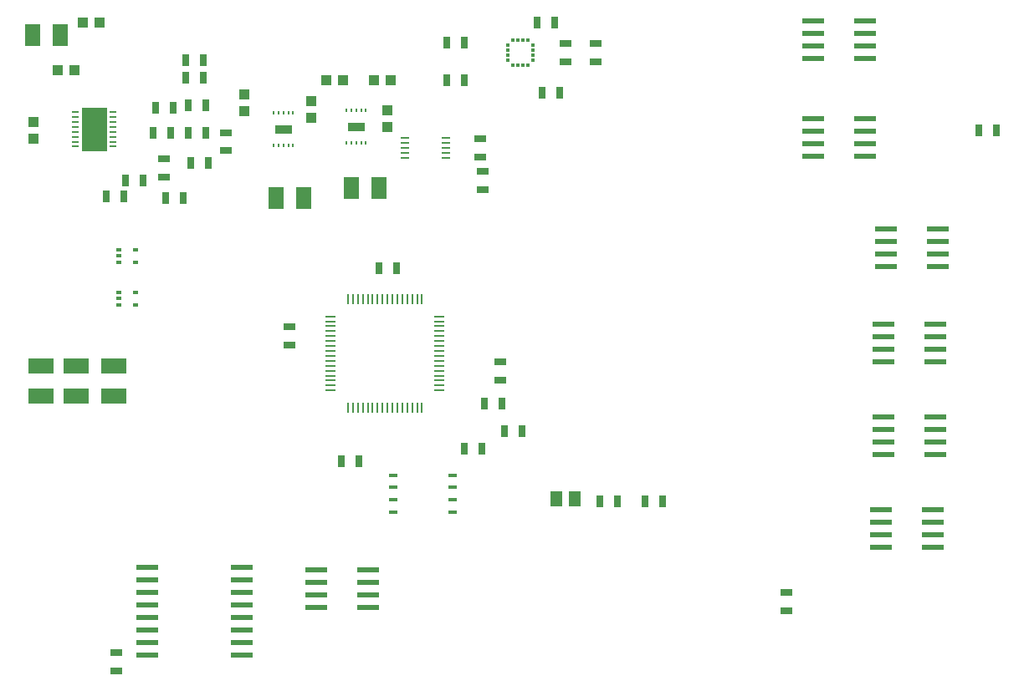
<source format=gtp>
G75*
%MOIN*%
%OFA0B0*%
%FSLAX25Y25*%
%IPPOS*%
%LPD*%
%AMOC8*
5,1,8,0,0,1.08239X$1,22.5*
%
%ADD10R,0.00800X0.01600*%
%ADD11R,0.07000X0.03600*%
%ADD12R,0.04724X0.03150*%
%ADD13R,0.03150X0.04724*%
%ADD14R,0.03937X0.04331*%
%ADD15R,0.04331X0.03937*%
%ADD16R,0.05118X0.05906*%
%ADD17R,0.06299X0.08661*%
%ADD18R,0.08661X0.02362*%
%ADD19R,0.01181X0.01772*%
%ADD20R,0.01772X0.01181*%
%ADD21R,0.02756X0.00984*%
%ADD22C,0.00096*%
%ADD23R,0.10236X0.05906*%
%ADD24R,0.03445X0.00984*%
%ADD25R,0.03200X0.01600*%
%ADD26R,0.01969X0.01181*%
%ADD27R,0.00866X0.03937*%
%ADD28R,0.03937X0.00866*%
D10*
X0117551Y0254947D03*
X0119522Y0254947D03*
X0121494Y0254952D03*
X0123451Y0254939D03*
X0125420Y0254952D03*
X0125426Y0268013D03*
X0123454Y0268013D03*
X0121485Y0267997D03*
X0119522Y0267997D03*
X0117548Y0268008D03*
X0146548Y0269008D03*
X0148522Y0268997D03*
X0150485Y0268997D03*
X0152454Y0269013D03*
X0154426Y0269013D03*
X0154420Y0255952D03*
X0152451Y0255939D03*
X0150494Y0255952D03*
X0148522Y0255947D03*
X0146551Y0255947D03*
D11*
X0150546Y0262473D03*
X0121546Y0261473D03*
D12*
X0055000Y0045457D03*
X0055000Y0052543D03*
X0208000Y0161457D03*
X0208000Y0168543D03*
X0124000Y0175457D03*
X0124000Y0182543D03*
X0201000Y0237457D03*
X0201000Y0244543D03*
X0200000Y0250457D03*
X0200000Y0257543D03*
X0234000Y0288457D03*
X0234000Y0295543D03*
X0246000Y0295543D03*
X0246000Y0288457D03*
X0098600Y0259943D03*
X0098600Y0252857D03*
X0074000Y0249543D03*
X0074000Y0242457D03*
X0322000Y0076543D03*
X0322000Y0069457D03*
D13*
X0272543Y0113000D03*
X0265457Y0113000D03*
X0254543Y0113000D03*
X0247457Y0113000D03*
X0216543Y0141000D03*
X0209457Y0141000D03*
X0200543Y0134000D03*
X0193457Y0134000D03*
X0201457Y0152000D03*
X0208543Y0152000D03*
X0151543Y0129000D03*
X0144457Y0129000D03*
X0159457Y0206000D03*
X0166543Y0206000D03*
X0091543Y0248000D03*
X0084457Y0248000D03*
X0083457Y0260000D03*
X0090543Y0260000D03*
X0076543Y0260000D03*
X0069457Y0260000D03*
X0070457Y0270000D03*
X0077543Y0270000D03*
X0083457Y0271000D03*
X0090543Y0271000D03*
X0089543Y0282000D03*
X0089543Y0289000D03*
X0082457Y0289000D03*
X0082457Y0282000D03*
X0065543Y0241000D03*
X0058457Y0241000D03*
X0058043Y0234500D03*
X0050957Y0234500D03*
X0074457Y0234000D03*
X0081543Y0234000D03*
X0186457Y0281000D03*
X0193543Y0281000D03*
X0193543Y0296000D03*
X0186457Y0296000D03*
X0222457Y0304000D03*
X0229543Y0304000D03*
X0231543Y0276000D03*
X0224457Y0276000D03*
X0398457Y0261000D03*
X0405543Y0261000D03*
D14*
X0163000Y0262454D03*
X0163000Y0269146D03*
X0132500Y0266054D03*
X0132500Y0272746D03*
X0106000Y0275346D03*
X0106000Y0268654D03*
X0022000Y0264346D03*
X0022000Y0257654D03*
D15*
X0031654Y0285000D03*
X0038346Y0285000D03*
X0041654Y0304000D03*
X0048346Y0304000D03*
X0138654Y0281000D03*
X0145346Y0281000D03*
X0157654Y0281000D03*
X0164346Y0281000D03*
D16*
X0230260Y0114000D03*
X0237740Y0114000D03*
D17*
X0129512Y0234000D03*
X0118488Y0234000D03*
X0148488Y0238000D03*
X0159512Y0238000D03*
X0032512Y0299000D03*
X0021488Y0299000D03*
D18*
X0067201Y0086500D03*
X0067201Y0081500D03*
X0067201Y0076500D03*
X0067201Y0071500D03*
X0067201Y0066500D03*
X0067201Y0061500D03*
X0067201Y0056500D03*
X0067201Y0051500D03*
X0104898Y0051500D03*
X0104898Y0056500D03*
X0104898Y0061500D03*
X0104898Y0066500D03*
X0104898Y0071500D03*
X0104898Y0076500D03*
X0104898Y0081500D03*
X0104898Y0086500D03*
X0134764Y0085500D03*
X0134764Y0080500D03*
X0134764Y0075500D03*
X0134764Y0070500D03*
X0155236Y0070500D03*
X0155236Y0075500D03*
X0155236Y0080500D03*
X0155236Y0085500D03*
X0359764Y0094500D03*
X0359764Y0099500D03*
X0359764Y0104500D03*
X0359764Y0109500D03*
X0380236Y0109500D03*
X0380236Y0104500D03*
X0380236Y0099500D03*
X0380236Y0094500D03*
X0381236Y0131500D03*
X0381236Y0136500D03*
X0381236Y0141500D03*
X0381236Y0146500D03*
X0360764Y0146500D03*
X0360764Y0141500D03*
X0360764Y0136500D03*
X0360764Y0131500D03*
X0360764Y0168500D03*
X0360764Y0173500D03*
X0360764Y0178500D03*
X0360764Y0183500D03*
X0381236Y0183500D03*
X0381236Y0178500D03*
X0381236Y0173500D03*
X0381236Y0168500D03*
X0382236Y0206500D03*
X0382236Y0211500D03*
X0382236Y0216500D03*
X0382236Y0221500D03*
X0361764Y0221500D03*
X0361764Y0216500D03*
X0361764Y0211500D03*
X0361764Y0206500D03*
X0353236Y0250500D03*
X0353236Y0255500D03*
X0353236Y0260500D03*
X0353236Y0265500D03*
X0332764Y0265500D03*
X0332764Y0260500D03*
X0332764Y0255500D03*
X0332764Y0250500D03*
X0332764Y0289500D03*
X0332764Y0294500D03*
X0332764Y0299500D03*
X0332764Y0304500D03*
X0353236Y0304500D03*
X0353236Y0299500D03*
X0353236Y0294500D03*
X0353236Y0289500D03*
D19*
X0218858Y0286886D03*
X0216890Y0286886D03*
X0214921Y0286886D03*
X0212953Y0286886D03*
X0212953Y0296925D03*
X0214921Y0296925D03*
X0216890Y0296925D03*
X0218858Y0296925D03*
D20*
X0220925Y0294858D03*
X0220925Y0292890D03*
X0220925Y0290921D03*
X0220925Y0288953D03*
X0210886Y0288953D03*
X0210886Y0290921D03*
X0210886Y0292890D03*
X0210886Y0294858D03*
D21*
X0053622Y0268321D03*
X0053622Y0266303D03*
X0053622Y0264384D03*
X0053622Y0262366D03*
X0053622Y0260398D03*
X0053622Y0258429D03*
X0053622Y0256461D03*
X0053622Y0254492D03*
X0038661Y0254492D03*
X0038661Y0256461D03*
X0038661Y0258429D03*
X0038661Y0260398D03*
X0038661Y0262366D03*
X0038661Y0264335D03*
X0038661Y0266303D03*
X0038661Y0268272D03*
D22*
X0041387Y0269877D02*
X0050897Y0269877D01*
X0050897Y0252887D01*
X0041387Y0252887D01*
X0041387Y0269877D01*
X0041387Y0252982D02*
X0050897Y0252982D01*
X0050897Y0253077D02*
X0041387Y0253077D01*
X0041387Y0253172D02*
X0050897Y0253172D01*
X0050897Y0253267D02*
X0041387Y0253267D01*
X0041387Y0253362D02*
X0050897Y0253362D01*
X0050897Y0253457D02*
X0041387Y0253457D01*
X0041387Y0253552D02*
X0050897Y0253552D01*
X0050897Y0253647D02*
X0041387Y0253647D01*
X0041387Y0253742D02*
X0050897Y0253742D01*
X0050897Y0253837D02*
X0041387Y0253837D01*
X0041387Y0253932D02*
X0050897Y0253932D01*
X0050897Y0254027D02*
X0041387Y0254027D01*
X0041387Y0254122D02*
X0050897Y0254122D01*
X0050897Y0254217D02*
X0041387Y0254217D01*
X0041387Y0254312D02*
X0050897Y0254312D01*
X0050897Y0254407D02*
X0041387Y0254407D01*
X0041387Y0254502D02*
X0050897Y0254502D01*
X0050897Y0254597D02*
X0041387Y0254597D01*
X0041387Y0254692D02*
X0050897Y0254692D01*
X0050897Y0254787D02*
X0041387Y0254787D01*
X0041387Y0254882D02*
X0050897Y0254882D01*
X0050897Y0254977D02*
X0041387Y0254977D01*
X0041387Y0255072D02*
X0050897Y0255072D01*
X0050897Y0255167D02*
X0041387Y0255167D01*
X0041387Y0255262D02*
X0050897Y0255262D01*
X0050897Y0255357D02*
X0041387Y0255357D01*
X0041387Y0255452D02*
X0050897Y0255452D01*
X0050897Y0255547D02*
X0041387Y0255547D01*
X0041387Y0255642D02*
X0050897Y0255642D01*
X0050897Y0255737D02*
X0041387Y0255737D01*
X0041387Y0255832D02*
X0050897Y0255832D01*
X0050897Y0255927D02*
X0041387Y0255927D01*
X0041387Y0256022D02*
X0050897Y0256022D01*
X0050897Y0256117D02*
X0041387Y0256117D01*
X0041387Y0256212D02*
X0050897Y0256212D01*
X0050897Y0256307D02*
X0041387Y0256307D01*
X0041387Y0256402D02*
X0050897Y0256402D01*
X0050897Y0256497D02*
X0041387Y0256497D01*
X0041387Y0256592D02*
X0050897Y0256592D01*
X0050897Y0256687D02*
X0041387Y0256687D01*
X0041387Y0256782D02*
X0050897Y0256782D01*
X0050897Y0256877D02*
X0041387Y0256877D01*
X0041387Y0256972D02*
X0050897Y0256972D01*
X0050897Y0257067D02*
X0041387Y0257067D01*
X0041387Y0257162D02*
X0050897Y0257162D01*
X0050897Y0257257D02*
X0041387Y0257257D01*
X0041387Y0257352D02*
X0050897Y0257352D01*
X0050897Y0257447D02*
X0041387Y0257447D01*
X0041387Y0257542D02*
X0050897Y0257542D01*
X0050897Y0257637D02*
X0041387Y0257637D01*
X0041387Y0257732D02*
X0050897Y0257732D01*
X0050897Y0257827D02*
X0041387Y0257827D01*
X0041387Y0257922D02*
X0050897Y0257922D01*
X0050897Y0258017D02*
X0041387Y0258017D01*
X0041387Y0258112D02*
X0050897Y0258112D01*
X0050897Y0258207D02*
X0041387Y0258207D01*
X0041387Y0258302D02*
X0050897Y0258302D01*
X0050897Y0258397D02*
X0041387Y0258397D01*
X0041387Y0258492D02*
X0050897Y0258492D01*
X0050897Y0258587D02*
X0041387Y0258587D01*
X0041387Y0258682D02*
X0050897Y0258682D01*
X0050897Y0258777D02*
X0041387Y0258777D01*
X0041387Y0258872D02*
X0050897Y0258872D01*
X0050897Y0258967D02*
X0041387Y0258967D01*
X0041387Y0259062D02*
X0050897Y0259062D01*
X0050897Y0259157D02*
X0041387Y0259157D01*
X0041387Y0259252D02*
X0050897Y0259252D01*
X0050897Y0259347D02*
X0041387Y0259347D01*
X0041387Y0259442D02*
X0050897Y0259442D01*
X0050897Y0259537D02*
X0041387Y0259537D01*
X0041387Y0259632D02*
X0050897Y0259632D01*
X0050897Y0259727D02*
X0041387Y0259727D01*
X0041387Y0259822D02*
X0050897Y0259822D01*
X0050897Y0259917D02*
X0041387Y0259917D01*
X0041387Y0260012D02*
X0050897Y0260012D01*
X0050897Y0260107D02*
X0041387Y0260107D01*
X0041387Y0260202D02*
X0050897Y0260202D01*
X0050897Y0260297D02*
X0041387Y0260297D01*
X0041387Y0260392D02*
X0050897Y0260392D01*
X0050897Y0260487D02*
X0041387Y0260487D01*
X0041387Y0260582D02*
X0050897Y0260582D01*
X0050897Y0260677D02*
X0041387Y0260677D01*
X0041387Y0260772D02*
X0050897Y0260772D01*
X0050897Y0260867D02*
X0041387Y0260867D01*
X0041387Y0260962D02*
X0050897Y0260962D01*
X0050897Y0261057D02*
X0041387Y0261057D01*
X0041387Y0261152D02*
X0050897Y0261152D01*
X0050897Y0261247D02*
X0041387Y0261247D01*
X0041387Y0261342D02*
X0050897Y0261342D01*
X0050897Y0261437D02*
X0041387Y0261437D01*
X0041387Y0261532D02*
X0050897Y0261532D01*
X0050897Y0261627D02*
X0041387Y0261627D01*
X0041387Y0261722D02*
X0050897Y0261722D01*
X0050897Y0261817D02*
X0041387Y0261817D01*
X0041387Y0261912D02*
X0050897Y0261912D01*
X0050897Y0262007D02*
X0041387Y0262007D01*
X0041387Y0262102D02*
X0050897Y0262102D01*
X0050897Y0262197D02*
X0041387Y0262197D01*
X0041387Y0262292D02*
X0050897Y0262292D01*
X0050897Y0262387D02*
X0041387Y0262387D01*
X0041387Y0262482D02*
X0050897Y0262482D01*
X0050897Y0262577D02*
X0041387Y0262577D01*
X0041387Y0262672D02*
X0050897Y0262672D01*
X0050897Y0262767D02*
X0041387Y0262767D01*
X0041387Y0262862D02*
X0050897Y0262862D01*
X0050897Y0262957D02*
X0041387Y0262957D01*
X0041387Y0263052D02*
X0050897Y0263052D01*
X0050897Y0263147D02*
X0041387Y0263147D01*
X0041387Y0263242D02*
X0050897Y0263242D01*
X0050897Y0263337D02*
X0041387Y0263337D01*
X0041387Y0263432D02*
X0050897Y0263432D01*
X0050897Y0263527D02*
X0041387Y0263527D01*
X0041387Y0263622D02*
X0050897Y0263622D01*
X0050897Y0263717D02*
X0041387Y0263717D01*
X0041387Y0263812D02*
X0050897Y0263812D01*
X0050897Y0263907D02*
X0041387Y0263907D01*
X0041387Y0264002D02*
X0050897Y0264002D01*
X0050897Y0264097D02*
X0041387Y0264097D01*
X0041387Y0264192D02*
X0050897Y0264192D01*
X0050897Y0264287D02*
X0041387Y0264287D01*
X0041387Y0264382D02*
X0050897Y0264382D01*
X0050897Y0264477D02*
X0041387Y0264477D01*
X0041387Y0264572D02*
X0050897Y0264572D01*
X0050897Y0264667D02*
X0041387Y0264667D01*
X0041387Y0264762D02*
X0050897Y0264762D01*
X0050897Y0264857D02*
X0041387Y0264857D01*
X0041387Y0264952D02*
X0050897Y0264952D01*
X0050897Y0265047D02*
X0041387Y0265047D01*
X0041387Y0265142D02*
X0050897Y0265142D01*
X0050897Y0265237D02*
X0041387Y0265237D01*
X0041387Y0265332D02*
X0050897Y0265332D01*
X0050897Y0265427D02*
X0041387Y0265427D01*
X0041387Y0265522D02*
X0050897Y0265522D01*
X0050897Y0265617D02*
X0041387Y0265617D01*
X0041387Y0265712D02*
X0050897Y0265712D01*
X0050897Y0265807D02*
X0041387Y0265807D01*
X0041387Y0265902D02*
X0050897Y0265902D01*
X0050897Y0265997D02*
X0041387Y0265997D01*
X0041387Y0266092D02*
X0050897Y0266092D01*
X0050897Y0266187D02*
X0041387Y0266187D01*
X0041387Y0266282D02*
X0050897Y0266282D01*
X0050897Y0266377D02*
X0041387Y0266377D01*
X0041387Y0266472D02*
X0050897Y0266472D01*
X0050897Y0266567D02*
X0041387Y0266567D01*
X0041387Y0266662D02*
X0050897Y0266662D01*
X0050897Y0266757D02*
X0041387Y0266757D01*
X0041387Y0266852D02*
X0050897Y0266852D01*
X0050897Y0266947D02*
X0041387Y0266947D01*
X0041387Y0267042D02*
X0050897Y0267042D01*
X0050897Y0267137D02*
X0041387Y0267137D01*
X0041387Y0267232D02*
X0050897Y0267232D01*
X0050897Y0267327D02*
X0041387Y0267327D01*
X0041387Y0267422D02*
X0050897Y0267422D01*
X0050897Y0267517D02*
X0041387Y0267517D01*
X0041387Y0267612D02*
X0050897Y0267612D01*
X0050897Y0267707D02*
X0041387Y0267707D01*
X0041387Y0267802D02*
X0050897Y0267802D01*
X0050897Y0267897D02*
X0041387Y0267897D01*
X0041387Y0267992D02*
X0050897Y0267992D01*
X0050897Y0268087D02*
X0041387Y0268087D01*
X0041387Y0268182D02*
X0050897Y0268182D01*
X0050897Y0268277D02*
X0041387Y0268277D01*
X0041387Y0268372D02*
X0050897Y0268372D01*
X0050897Y0268467D02*
X0041387Y0268467D01*
X0041387Y0268562D02*
X0050897Y0268562D01*
X0050897Y0268657D02*
X0041387Y0268657D01*
X0041387Y0268752D02*
X0050897Y0268752D01*
X0050897Y0268847D02*
X0041387Y0268847D01*
X0041387Y0268942D02*
X0050897Y0268942D01*
X0050897Y0269037D02*
X0041387Y0269037D01*
X0041387Y0269132D02*
X0050897Y0269132D01*
X0050897Y0269227D02*
X0041387Y0269227D01*
X0041387Y0269322D02*
X0050897Y0269322D01*
X0050897Y0269417D02*
X0041387Y0269417D01*
X0041387Y0269512D02*
X0050897Y0269512D01*
X0050897Y0269607D02*
X0041387Y0269607D01*
X0041387Y0269702D02*
X0050897Y0269702D01*
X0050897Y0269797D02*
X0041387Y0269797D01*
D23*
X0039000Y0166953D03*
X0025000Y0166953D03*
X0025000Y0155142D03*
X0039000Y0155142D03*
X0054000Y0155142D03*
X0054000Y0166953D03*
D24*
X0169880Y0250063D03*
X0169880Y0252031D03*
X0169880Y0254000D03*
X0169880Y0255969D03*
X0169880Y0257937D03*
X0186120Y0257937D03*
X0186120Y0255969D03*
X0186120Y0254000D03*
X0186120Y0252031D03*
X0186120Y0250063D03*
D25*
X0188811Y0123461D03*
X0188811Y0118500D03*
X0188811Y0113500D03*
X0188811Y0108539D03*
X0165189Y0108539D03*
X0165189Y0113500D03*
X0165189Y0118500D03*
X0165189Y0123461D03*
D26*
X0062480Y0191291D03*
X0062480Y0196409D03*
X0055984Y0196409D03*
X0055984Y0193850D03*
X0055984Y0191291D03*
X0055984Y0208291D03*
X0055984Y0210850D03*
X0055984Y0213409D03*
X0062480Y0213409D03*
X0062480Y0208291D03*
D27*
X0147252Y0193654D03*
X0149220Y0193654D03*
X0151189Y0193654D03*
X0153157Y0193654D03*
X0155126Y0193654D03*
X0157094Y0193654D03*
X0159063Y0193654D03*
X0161031Y0193654D03*
X0163000Y0193654D03*
X0164969Y0193654D03*
X0166937Y0193654D03*
X0168906Y0193654D03*
X0170874Y0193654D03*
X0172843Y0193654D03*
X0174811Y0193654D03*
X0176780Y0193654D03*
X0176780Y0150346D03*
X0174811Y0150346D03*
X0172843Y0150346D03*
X0170874Y0150346D03*
X0168906Y0150346D03*
X0166937Y0150346D03*
X0164969Y0150346D03*
X0163000Y0150346D03*
X0161031Y0150346D03*
X0159063Y0150346D03*
X0157094Y0150346D03*
X0155126Y0150346D03*
X0153157Y0150346D03*
X0151189Y0150346D03*
X0149220Y0150346D03*
X0147252Y0150346D03*
D28*
X0140362Y0157236D03*
X0140362Y0159205D03*
X0140362Y0161173D03*
X0140362Y0163142D03*
X0140362Y0165110D03*
X0140362Y0167079D03*
X0140362Y0169047D03*
X0140362Y0171016D03*
X0140362Y0172984D03*
X0140362Y0174953D03*
X0140362Y0176921D03*
X0140362Y0178890D03*
X0140362Y0180858D03*
X0140362Y0182827D03*
X0140362Y0184795D03*
X0140362Y0186764D03*
X0183669Y0186764D03*
X0183669Y0184795D03*
X0183669Y0182827D03*
X0183669Y0180858D03*
X0183669Y0178890D03*
X0183669Y0176921D03*
X0183669Y0174953D03*
X0183669Y0172984D03*
X0183669Y0171016D03*
X0183669Y0169047D03*
X0183669Y0167079D03*
X0183669Y0165110D03*
X0183669Y0163142D03*
X0183669Y0161173D03*
X0183669Y0159205D03*
X0183669Y0157236D03*
M02*

</source>
